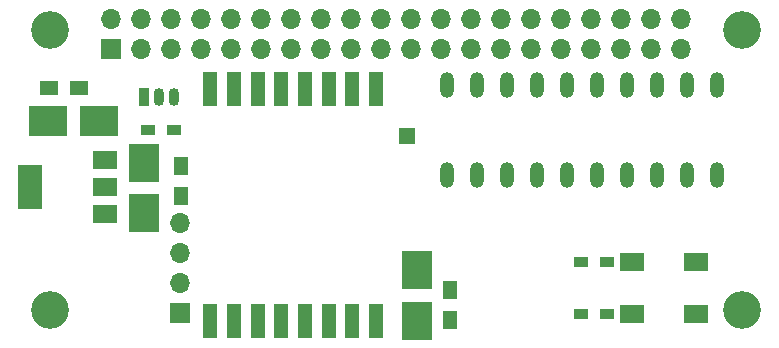
<source format=gts>
%TF.GenerationSoftware,KiCad,Pcbnew,no-vcs-found-47f37ef~60~ubuntu16.04.1*%
%TF.CreationDate,2017-10-11T15:33:38+03:00*%
%TF.ProjectId,rpi_zero,7270695F7A65726F2E6B696361645F70,rev?*%
%TF.SameCoordinates,Original*%
%TF.FileFunction,Soldermask,Top*%
%TF.FilePolarity,Negative*%
%FSLAX46Y46*%
G04 Gerber Fmt 4.6, Leading zero omitted, Abs format (unit mm)*
G04 Created by KiCad (PCBNEW no-vcs-found-47f37ef~60~ubuntu16.04.1) date Wed Oct 11 15:33:38 2017*
%MOMM*%
%LPD*%
G01*
G04 APERTURE LIST*
%ADD10O,1.200000X2.200000*%
%ADD11C,3.200000*%
%ADD12O,1.700000X1.700000*%
%ADD13R,1.700000X1.700000*%
%ADD14R,2.500000X3.200000*%
%ADD15R,1.250000X1.500000*%
%ADD16R,1.500000X1.250000*%
%ADD17R,3.200000X2.500000*%
%ADD18R,1.200000X3.000000*%
%ADD19R,2.000000X1.500000*%
%ADD20R,2.000000X3.800000*%
%ADD21R,1.200000X0.900000*%
%ADD22R,0.900000X1.500000*%
%ADD23O,0.900000X1.500000*%
%ADD24R,1.350000X1.350000*%
%ADD25R,2.000000X1.600000*%
G04 APERTURE END LIST*
D10*
X169211880Y-94979420D03*
X166671880Y-94979420D03*
X164131880Y-94979420D03*
X161591880Y-94979420D03*
X148891880Y-87359420D03*
X146351880Y-87359420D03*
X146351880Y-94979420D03*
X148891880Y-94979420D03*
X151431880Y-87359420D03*
X153971880Y-87359420D03*
X156511880Y-87359420D03*
X159051880Y-87359420D03*
X159051880Y-94979420D03*
X156511880Y-94979420D03*
X153971880Y-94979420D03*
X151431880Y-94979420D03*
X161591880Y-87359420D03*
X164131880Y-87359420D03*
X166671880Y-87359420D03*
X169211880Y-87359420D03*
D11*
X112711880Y-82659420D03*
X112711880Y-106359420D03*
X171311880Y-106359420D03*
X171311880Y-82659420D03*
D12*
X166171880Y-81719420D03*
X166171880Y-84259420D03*
X163631880Y-81719420D03*
X163631880Y-84259420D03*
X161091880Y-81719420D03*
X161091880Y-84259420D03*
X158551880Y-81719420D03*
X158551880Y-84259420D03*
X156011880Y-81719420D03*
X156011880Y-84259420D03*
X153471880Y-81719420D03*
X153471880Y-84259420D03*
X150931880Y-81719420D03*
X150931880Y-84259420D03*
X148391880Y-81719420D03*
X148391880Y-84259420D03*
X145851880Y-81719420D03*
X145851880Y-84259420D03*
X143311880Y-81719420D03*
X143311880Y-84259420D03*
X140771880Y-81719420D03*
X140771880Y-84259420D03*
X138231880Y-81719420D03*
X138231880Y-84259420D03*
X135691880Y-81719420D03*
X135691880Y-84259420D03*
X133151880Y-81719420D03*
X133151880Y-84259420D03*
X130611880Y-81719420D03*
X130611880Y-84259420D03*
X128071880Y-81719420D03*
X128071880Y-84259420D03*
X125531880Y-81719420D03*
X125531880Y-84259420D03*
X122991880Y-81719420D03*
X122991880Y-84259420D03*
X120451880Y-81719420D03*
X120451880Y-84259420D03*
X117911880Y-81719420D03*
D13*
X117911880Y-84259420D03*
D14*
X143811880Y-103009420D03*
X143811880Y-107309420D03*
D15*
X146611880Y-107209420D03*
X146611880Y-104709420D03*
D16*
X115161880Y-87559420D03*
X112661880Y-87559420D03*
D17*
X112561880Y-90359420D03*
X116861880Y-90359420D03*
D14*
X120711880Y-93909420D03*
X120711880Y-98209420D03*
D15*
X123811880Y-96709420D03*
X123811880Y-94209420D03*
D18*
X126311880Y-107359420D03*
X128311880Y-107359420D03*
X130311880Y-107359420D03*
X132311880Y-107359420D03*
X134311880Y-107359420D03*
X136311880Y-107359420D03*
X138311880Y-107359420D03*
X140311880Y-107359420D03*
X140311880Y-87659420D03*
X138311880Y-87659420D03*
X136311880Y-87659420D03*
X134311880Y-87659420D03*
X132311880Y-87659420D03*
X130311880Y-87659420D03*
X128311880Y-87659420D03*
X126311880Y-87659420D03*
D19*
X117361880Y-98259420D03*
X117361880Y-93659420D03*
X117361880Y-95959420D03*
D20*
X111061880Y-95959420D03*
D21*
X121011880Y-91159420D03*
X123211880Y-91159420D03*
D22*
X120711880Y-88359420D03*
D23*
X123251880Y-88359420D03*
X121981880Y-88359420D03*
D24*
X142911880Y-91659420D03*
D12*
X123711880Y-99039420D03*
X123711880Y-101579420D03*
X123711880Y-104119420D03*
D13*
X123711880Y-106659420D03*
D21*
X159911880Y-102359420D03*
X157711880Y-102359420D03*
D25*
X162011880Y-102359420D03*
X167411880Y-102359420D03*
D21*
X159911880Y-106759420D03*
X157711880Y-106759420D03*
D25*
X162011880Y-106759420D03*
X167411880Y-106759420D03*
M02*

</source>
